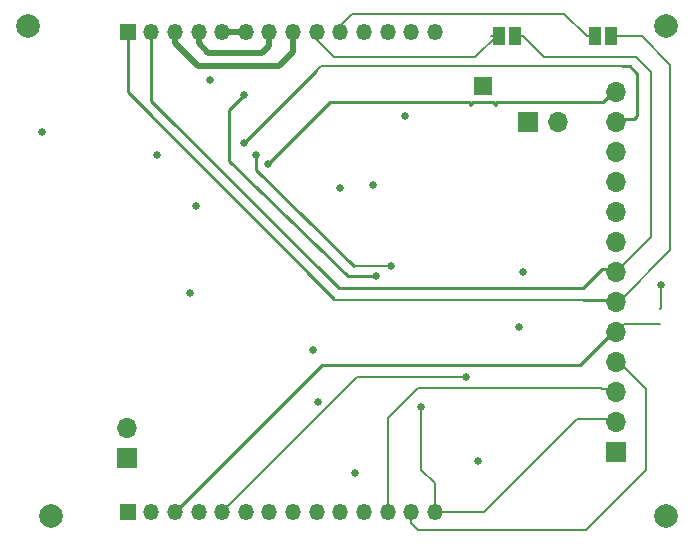
<source format=gbl>
G04 #@! TF.GenerationSoftware,KiCad,Pcbnew,(5.1.0-0)*
G04 #@! TF.CreationDate,2019-04-21T15:27:38+03:00*
G04 #@! TF.ProjectId,ovms-swcan,6f766d73-2d73-4776-9361-6e2e6b696361,1.0*
G04 #@! TF.SameCoordinates,Original*
G04 #@! TF.FileFunction,Copper,L4,Bot*
G04 #@! TF.FilePolarity,Positive*
%FSLAX46Y46*%
G04 Gerber Fmt 4.6, Leading zero omitted, Abs format (unit mm)*
G04 Created by KiCad (PCBNEW (5.1.0-0)) date 2019-04-21 15:27:38*
%MOMM*%
%LPD*%
G04 APERTURE LIST*
%ADD10R,1.000000X1.500000*%
%ADD11R,1.500000X1.500000*%
%ADD12O,1.700000X1.700000*%
%ADD13R,1.700000X1.700000*%
%ADD14O,1.350000X1.350000*%
%ADD15R,1.350000X1.350000*%
%ADD16C,2.000000*%
%ADD17C,0.635000*%
%ADD18C,0.500000*%
%ADD19C,0.203200*%
%ADD20C,0.250000*%
G04 APERTURE END LIST*
D10*
X146334000Y-58547000D03*
X145034000Y-58547000D03*
X154447000Y-58547000D03*
X153147000Y-58547000D03*
D11*
X143637000Y-62738000D03*
D12*
X154940000Y-63246000D03*
X154940000Y-65786000D03*
X154940000Y-68326000D03*
X154940000Y-70866000D03*
X154940000Y-73406000D03*
X154940000Y-75946000D03*
X154940000Y-78486000D03*
X154940000Y-81026000D03*
X154940000Y-83566000D03*
X154940000Y-86106000D03*
X154940000Y-88646000D03*
X154940000Y-91186000D03*
D13*
X154940000Y-93726000D03*
D12*
X113538000Y-91694000D03*
D13*
X113538000Y-94234000D03*
D12*
X149987000Y-65786000D03*
D13*
X147447000Y-65786000D03*
D14*
X139572000Y-58166000D03*
X131572000Y-58166000D03*
X125572000Y-58166000D03*
X135572000Y-58166000D03*
X123572000Y-58166000D03*
X137572000Y-58166000D03*
X133572000Y-58166000D03*
X115572000Y-58166000D03*
D15*
X113572000Y-58166000D03*
D14*
X121572000Y-58166000D03*
X117572000Y-58166000D03*
X129572000Y-58166000D03*
X119572000Y-58166000D03*
X127572000Y-58166000D03*
X139572000Y-98806000D03*
X137572000Y-98806000D03*
X135572000Y-98806000D03*
X133572000Y-98806000D03*
X131572000Y-98806000D03*
X129572000Y-98806000D03*
X127572000Y-98806000D03*
X125572000Y-98806000D03*
X123572000Y-98806000D03*
X121572000Y-98806000D03*
X119572000Y-98806000D03*
X117572000Y-98806000D03*
X115572000Y-98806000D03*
D15*
X113572000Y-98806000D03*
D16*
X107061000Y-99187000D03*
X159131000Y-99187000D03*
X105156000Y-57658000D03*
X159131000Y-57658000D03*
D17*
X118872000Y-80264000D03*
X134366000Y-71120000D03*
X129667000Y-89535000D03*
X119380000Y-72898000D03*
X147066000Y-78486000D03*
X137033000Y-65278000D03*
X106299000Y-66675000D03*
X131572000Y-71374000D03*
X143256000Y-94488000D03*
X132842000Y-95504000D03*
X129286000Y-85090000D03*
X146685000Y-83185000D03*
X120523000Y-62230000D03*
X116078000Y-68580000D03*
X138430000Y-89916000D03*
X142240000Y-87376000D03*
X158750000Y-79629000D03*
X125476000Y-69342000D03*
X123444000Y-67564000D03*
X123444000Y-63500000D03*
X134620000Y-78867000D03*
X124460000Y-68580000D03*
X135890000Y-77978000D03*
D18*
X124968000Y-59944000D02*
X125510594Y-59401406D01*
X120395406Y-59944000D02*
X124968000Y-59944000D01*
X125510594Y-59401406D02*
X125510594Y-59182000D01*
X125572000Y-59120594D02*
X125572000Y-58166000D01*
X125510594Y-59182000D02*
X125572000Y-59120594D01*
X119572000Y-59120594D02*
X120395406Y-59944000D01*
X119572000Y-58166000D02*
X119572000Y-59120594D01*
X123572000Y-58166000D02*
X121572000Y-58166000D01*
X126365000Y-61087000D02*
X127572000Y-59880000D01*
X127572000Y-59880000D02*
X127572000Y-58166000D01*
X119507000Y-61087000D02*
X126365000Y-61087000D01*
X117572000Y-59152000D02*
X119507000Y-61087000D01*
X117572000Y-58166000D02*
X117572000Y-59152000D01*
D19*
X139572000Y-96392000D02*
X139572000Y-98806000D01*
X138430000Y-95250000D02*
X139572000Y-96392000D01*
X138430000Y-89916000D02*
X138430000Y-95250000D01*
X151638000Y-90932000D02*
X154940000Y-90932000D01*
X143764000Y-98806000D02*
X151638000Y-90932000D01*
X139572000Y-98806000D02*
X143764000Y-98806000D01*
X137572000Y-99760594D02*
X138141406Y-100330000D01*
X137572000Y-98806000D02*
X137572000Y-99760594D01*
X138141406Y-100330000D02*
X152400000Y-100330000D01*
X152400000Y-100330000D02*
X157480000Y-95250000D01*
X157480000Y-88392000D02*
X154940000Y-85852000D01*
X157480000Y-95250000D02*
X157480000Y-88392000D01*
X138132831Y-88280899D02*
X153626818Y-88280899D01*
X153737919Y-88392000D02*
X154940000Y-88392000D01*
X135572000Y-90841730D02*
X138132831Y-88280899D01*
X153626818Y-88280899D02*
X153737919Y-88392000D01*
X135572000Y-98806000D02*
X135572000Y-90841730D01*
X133002000Y-87376000D02*
X121572000Y-98806000D01*
X142240000Y-87376000D02*
X133002000Y-87376000D01*
X158750000Y-81519000D02*
X158623000Y-81646000D01*
X158750000Y-79629000D02*
X158750000Y-81519000D01*
D20*
X142561999Y-64383001D02*
X142561999Y-64135000D01*
X142810000Y-64135000D02*
X142561999Y-64383001D01*
X144712001Y-64383001D02*
X144464000Y-64135000D01*
X142561999Y-64135000D02*
X130683000Y-64135000D01*
X144464000Y-64135000D02*
X142810000Y-64135000D01*
X144712001Y-64135000D02*
X144712001Y-64383001D01*
X153797000Y-64135000D02*
X144712001Y-64135000D01*
X130683000Y-64135000D02*
X125476000Y-69342000D01*
X154940000Y-62992000D02*
X153797000Y-64135000D01*
X129540000Y-61468000D02*
X123444000Y-67564000D01*
D19*
X129921000Y-61087000D02*
X155448000Y-61087000D01*
X129540000Y-61468000D02*
X129921000Y-61087000D01*
D20*
X156083000Y-61087000D02*
X155448000Y-61087000D01*
X156718000Y-61722000D02*
X156083000Y-61087000D01*
X156464000Y-65532000D02*
X156718000Y-65278000D01*
X156718000Y-65278000D02*
X156718000Y-61722000D01*
X154940000Y-65532000D02*
X156464000Y-65532000D01*
X122174000Y-64770000D02*
X123444000Y-63500000D01*
X122174000Y-69088000D02*
X122174000Y-64770000D01*
X132207000Y-78867000D02*
X122174000Y-69088000D01*
X134620000Y-78867000D02*
X132207000Y-78867000D01*
X124460000Y-69850000D02*
X124460000Y-68580000D01*
X132715000Y-77978000D02*
X124460000Y-69850000D01*
D19*
X135440988Y-77978000D02*
X132715000Y-77978000D01*
X135890000Y-77978000D02*
X135440988Y-77978000D01*
X152443800Y-58547000D02*
X153147000Y-58547000D01*
X150538800Y-56642000D02*
X152443800Y-58547000D01*
X132588000Y-56642000D02*
X150538800Y-56642000D01*
X131572000Y-57658000D02*
X132588000Y-56642000D01*
X131572000Y-58166000D02*
X131572000Y-57658000D01*
X145034000Y-58547000D02*
X144330800Y-58547000D01*
X129572000Y-58833000D02*
X129572000Y-58166000D01*
X131064000Y-60325000D02*
X129572000Y-58833000D01*
X143002000Y-60325000D02*
X131064000Y-60325000D01*
X144907000Y-58420000D02*
X143002000Y-60325000D01*
D20*
X152086919Y-79883000D02*
X153737919Y-78232000D01*
X131445000Y-79883000D02*
X152086919Y-79883000D01*
X115572000Y-64010000D02*
X131445000Y-79883000D01*
X153737919Y-78232000D02*
X154940000Y-78232000D01*
X115572000Y-58166000D02*
X115572000Y-64010000D01*
D19*
X157861000Y-75565000D02*
X154940000Y-78486000D01*
X156591000Y-60325000D02*
X157861000Y-61595000D01*
X157861000Y-61595000D02*
X157861000Y-75565000D01*
X148815200Y-60325000D02*
X156591000Y-60325000D01*
X147037200Y-58547000D02*
X148815200Y-60325000D01*
X146334000Y-58547000D02*
X147037200Y-58547000D01*
D20*
X113572000Y-63280000D02*
X131064000Y-80772000D01*
X113572000Y-58166000D02*
X113572000Y-63280000D01*
D19*
X131191000Y-80899000D02*
X131064000Y-80772000D01*
X152273000Y-80899000D02*
X131191000Y-80899000D01*
X155129225Y-81026000D02*
X154940000Y-81026000D01*
X159512000Y-60960000D02*
X159512000Y-76643225D01*
X157099000Y-58547000D02*
X159512000Y-60960000D01*
X159512000Y-76643225D02*
X155129225Y-81026000D01*
X154447000Y-58547000D02*
X157099000Y-58547000D01*
D20*
X154940000Y-81026000D02*
X154940000Y-80772000D01*
X154813000Y-80899000D02*
X154940000Y-81026000D01*
X152146000Y-80899000D02*
X154813000Y-80899000D01*
X151892000Y-86360000D02*
X154940000Y-83312000D01*
X130018000Y-86360000D02*
X151892000Y-86360000D01*
X117572000Y-98806000D02*
X130018000Y-86360000D01*
D19*
X155575000Y-82931000D02*
X158623000Y-82931000D01*
X154940000Y-83566000D02*
X155575000Y-82931000D01*
M02*

</source>
